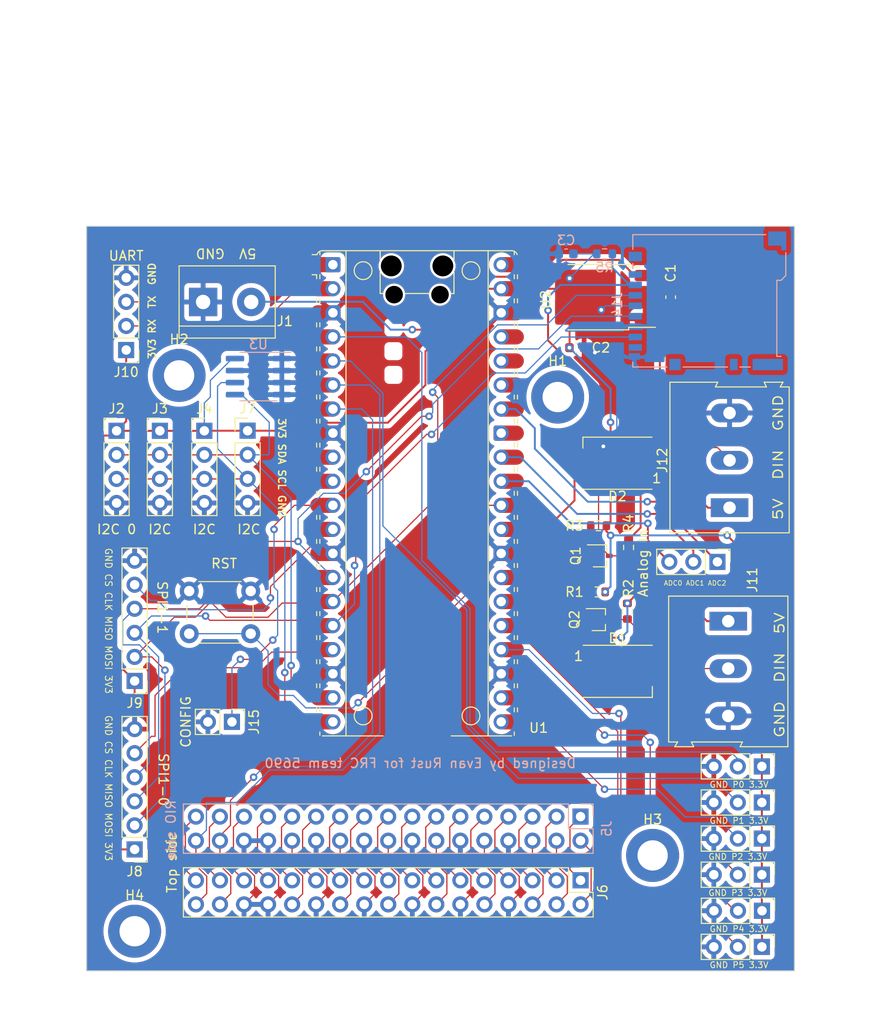
<source format=kicad_pcb>
(kicad_pcb (version 20221018) (generator pcbnew)
  (layers (0 "F.Cu" signal) (31 "B.Cu" signal) (34 "B.Paste" user) (35 "F.Paste" user) (36 "B.SilkS" user "B.Silkscreen") (37 "F.SilkS" user "F.Silkscreen") (38 "B.Mask" user) (39 "F.Mask" user) (44 "Edge.Cuts" user))
  (net 0 "")
  (net 6 "+5V")
  (net 7 "GND")
  (net 8 "+3.3V")
  (net 9 "Net-(D1-DOUT)")
  (net 10 "Net-(D1-DIN)")
  (net 11 "Net-(D2-DOUT)")
  (net 12 "Net-(D2-DIN)")
  (net 13 "/I2C1_SDA")
  (net 14 "/I2C1_SCL")
  (net 15 "/MXP_AO0")
  (net 16 "/MXP_AI0")
  (net 17 "/MXP_AO1")
  (net 18 "/MXP_AI1")
  (net 19 "AGND")
  (net 20 "/MXP_AI2")
  (net 21 "/MXP_AI3")
  (net 22 "/MXP_NAVX_UART_RX")
  (net 23 "/MXP_DIO0")
  (net 24 "/MXP_DIO1")
  (net 25 "/MXP_NAVX_UART_TX")
  (net 26 "/MXP_DIO2")
  (net 27 "/MXP_DIO3")
  (net 28 "/MXP_DIO11")
  (net 29 "/MXP_NAVX_CS")
  (net 30 "/MXP_SPI_CLK")
  (net 31 "/MXP_DIO12")
  (net 32 "/MXP_CIPO")
  (net 33 "/MXP_SPI_COPI")
  (net 34 "/MXP_DIO13")
  (net 35 "/MXP_PWM0")
  (net 36 "/MXP_PWM1")
  (net 37 "/MXP_PWM2")
  (net 38 "/MXP_I2C_SCL")
  (net 39 "/MXP_I2C_SDA")
  (net 40 "/UART0_RX")
  (net 41 "/UART0_TX")
  (net 42 "Net-(Q1-B)")
  (net 43 "/RGB_LED1")
  (net 44 "Net-(Q2-B)")
  (net 45 "/RGB_LED0")
  (net 46 "Net-(U1-RUN)")
  (net 47 "/SPI1_MOSI")
  (net 48 "/SPI1_MISO")
  (net 49 "/SPI1_CLK")
  (net 50 "/SPI1_CS0")
  (net 51 "/SPI1_CS1")
  (net 52 "/MXP_+5V")
  (net 53 "/MXP_+3.3V")
  (net 54 "/ADC2")
  (net 55 "/ADC1")
  (net 56 "/ADC0")
  (net 57 "/GPIO2")
  (net 58 "/GPIO3")
  (net 59 "/GPIO16")
  (net 60 "/GPIO17")
  (net 61 "/GPIO18")
  (net 62 "/GPIO19")
  (net 64 "/SD_CARD_CS")
  (net 66 "/CONFIG_SETUP")
  (net 67 "unconnected-(U1-GPIO7-Pad10)")
  (net 68 "unconnected-(U1-GPIO6-Pad9)")
  (footprint "Connector_PinHeader_2.54mm:PinHeader_1x04_P2.54mm_Vertical" (layer "F.Cu") (at 111.633 81.417)
    (fp_text reference "J4")
    (fp_text value "I2C 2" hide)
  )
  (footprint "Package_TO_SOT_SMD:TO-252-2" (layer "F.Cu") (at 153.162 67.31 180)
    (fp_text reference "U2")
    (fp_text value "NCP1117-3.3_TO252" hide)
  )
  (footprint "Connector_PinHeader_2.54mm:PinHeader_1x06_P2.54mm_Vertical" (layer "F.Cu") (at 104.267 107.823 180)
    (fp_text reference "J9")
    (fp_text value "SPI1-1")
  )
  (footprint "Capacitor_SMD:C_0603_1608Metric" (layer "F.Cu") (at 160.909 67.31 -90)
    (fp_text reference "C1")
    (fp_text value "10uF")
  )
  (footprint "TerminalBlock:TerminalBlock_Altech_AK300-3_P5.00mm" (layer "F.Cu") (at 166.995 101.512 -90)
    (fp_text reference "J11")
    (fp_text value "LED 0")
  )
  (footprint "MountingHole:MountingHole_3.2mm_M3_DIN965_Pad" (layer "F.Cu") (at 108.966 75.565)
    (fp_text reference "H2")
    (fp_text value "MountingHole" hide)
  )
  (footprint "Connector_PinHeader_2.54mm:PinHeader_1x03_P2.54mm_Vertical" (layer "F.Cu") (at 170.561 132.08 -90)
    (fp_text reference "J21" hide)
    (fp_text value "Conn_01x03_Pin" hide)
  )
  (footprint "Connector_PinHeader_2.54mm:PinHeader_1x03_P2.54mm_Vertical" (layer "F.Cu") (at 170.546 120.65 -90)
    (fp_text reference "J18" hide)
    (fp_text value "Conn_01x03_Pin" hide)
  )
  (footprint "MountingHole:MountingHole_3.2mm_M3_DIN965_Pad" (layer "F.Cu") (at 159.004 126.238)
    (fp_text reference "H3")
    (fp_text value "MountingHole" hide)
  )
  (footprint "Connector_PinHeader_2.54mm:PinHeader_1x03_P2.54mm_Vertical" (layer "F.Cu") (at 170.546 124.46 -90)
    (fp_text reference "J19" hide)
    (fp_text value "Conn_01x03_Pin" hide)
  )
  (footprint "Connector_PinHeader_2.54mm:PinHeader_1x02_P2.54mm_Vertical" (layer "F.Cu") (at 114.554 112.141 -90)
    (fp_text reference "J15")
    (fp_text value "CONFIG")
  )
  (footprint "Connector_PinHeader_2.54mm:PinHeader_1x03_P2.54mm_Vertical" (layer "F.Cu") (at 170.546 128.27 -90)
    (fp_text reference "J20" hide)
    (fp_text value "Conn_01x03_Pin" hide)
  )
  (footprint "TerminalBlock:TerminalBlock_bornier-2_P5.08mm" (layer "F.Cu") (at 111.506 67.818)
    (fp_text reference "J1")
    (fp_text value "5V in")
  )
  (footprint "Module_RaspberryPi_Pico:RaspberryPi_Pico_Common" (layer "F.Cu") (at 134.112 88.011)
    (fp_text reference "U1")
    (fp_text value "RaspberryPi_Pico")
  )
  (footprint "Resistor_SMD:R_0603_1608Metric" (layer "F.Cu") (at 156.337 100.457 -90)
    (fp_text reference "R2")
    (fp_text value "1k")
  )
  (footprint "LED_SMD:LED_WS2812B_PLCC4_5.0x5.0mm_P3.2mm" (layer "F.Cu") (at 155.321 106.807)
    (fp_text reference "D1")
    (fp_text value "WS2812B")
  )
  (footprint "Connector_PinHeader_2.54mm:PinHeader_1x03_P2.54mm_Vertical" (layer "F.Cu") (at 165.847 95.25 -90)
    (fp_text reference "J13" hide)
    (fp_text value "Analog In")
  )
  (footprint "MountingHole:MountingHole_3.2mm_M3_DIN965_Pad" (layer "F.Cu") (at 148.971 77.851)
    (fp_text reference "H1")
    (fp_text value "MountingHole" hide)
  )
  (footprint "Connector_PinHeader_2.54mm:PinHeader_1x04_P2.54mm_Vertical" (layer "F.Cu") (at 102.362 81.417)
    (fp_text reference "J2")
    (fp_text value "I2C 0")
  )
  (footprint "Capacitor_SMD:C_0603_1608Metric" (layer "F.Cu") (at 150.99 72.644)
    (fp_text reference "C2")
    (fp_text value "10uF")
  )
  (footprint "Resistor_SMD:R_0603_1608Metric" (layer "F.Cu") (at 153.289 91.44 180)
    (fp_text reference "R3")
    (fp_text value "10k")
  )
  (footprint "Package_TO_SOT_SMD:SOT-323_SC-70" (layer "F.Cu") (at 153.416 94.615)
    (fp_text reference "Q1")
    (fp_text value "BC849W" hide)
  )
  (footprint "Connector_PinHeader_2.54mm:PinHeader_1x04_P2.54mm_Vertical" (layer "F.Cu") (at 103.378 72.888 180)
    (fp_text reference "J10")
    (fp_text value "UART")
  )
  (footprint "Button_Switch_THT:SW_PUSH_6mm" (layer "F.Cu") (at 110.034 98.334)
    (fp_text reference "SW2" hide)
    (fp_text value "SW_Push")
  )
  (footprint "Resistor_SMD:R_0603_1608Metric" (layer "F.Cu") (at 156.464 93.726 -90)
    (fp_text reference "R4")
    (fp_text value "1k")
  )
  (footprint "LED_SMD:LED_WS2812B_PLCC4_5.0x5.0mm_P3.2mm" (layer "F.Cu") (at 155.284 84.835 180)
    (fp_text reference "D2")
    (fp_text value "WS2812B")
  )
  (footprint "Connector_PinHeader_2.54mm:PinHeader_2x17_P2.54mm_Vertical" (layer "F.Cu") (at 151.388999 128.866863 -90)
    (fp_text reference "J6")
    (fp_text value "Top side")
  )
  (footprint "MountingHole:MountingHole_3.2mm_M3_DIN965_Pad" (layer "F.Cu") (at 104.267 134.239)
    (fp_text reference "H4")
    (fp_text value "MountingHole" hide)
  )
  (footprint "TerminalBlock:TerminalBlock_Altech_AK300-3_P5.00mm" (layer "F.Cu") (at 167.132 89.535 90)
    (fp_text reference "J12")
    (fp_text value "LED 1" hide)
  )
  (footprint "Resistor_SMD:R_0603_1608Metric" (layer "F.Cu") (at 153.162 98.425 180)
    (fp_text reference "R1")
    (fp_text value "10k")
  )
  (footprint "Connector_PinHeader_2.54mm:PinHeader_1x04_P2.54mm_Vertical" (layer "F.Cu") (at 116.205 81.407)
    (fp_text reference "J7")
    (fp_text value "I2C 3" hide)
  )
  (footprint "Package_TO_SOT_SMD:SOT-323_SC-70" (layer "F.Cu") (at 153.289 101.346)
    (fp_text reference "Q2")
    (fp_text value "BC849W" hide)
  )
  (footprint "Connector_PinHeader_2.54mm:PinHeader_1x03_P2.54mm_Vertical" (layer "F.Cu") (at 170.546 116.84 -90)
    (fp_text reference "J17" hide)
    (fp_text value "Conn_01x03_Pin" hide)
  )
  (footprint "Connector_PinHeader_2.54mm:PinHeader_1x03_P2.54mm_Vertical" (layer "F.Cu") (at 170.546 135.89 -90)
    (fp_text reference "J22" hide)
    (fp_text value "Conn_01x03_Pin" hide)
  )
  (footprint "Connector_PinHeader_2.54mm:PinHeader_1x06_P2.54mm_Vertical" (layer "F.Cu") (at 104.267 125.603 180)
    (fp_text reference "J8")
    (fp_text value "SPI 0")
  )
  (footprint "Connector_PinHeader_2.54mm:PinHeader_1x04_P2.54mm_Vertical" (layer "F.Cu") (at 106.934 81.417)
    (fp_text reference "J3")
    (fp_text value "I2C 1" hide)
  )
  (footprint "Resistor_SMD:R_0603_1608Metric" (layer "B.Cu") (at 153.924 62.738)
    (fp_text reference "R5")
    (fp_text value "1k")
  )
  (footprint "Connector_Card:microSD_HC_Hirose_DM3BT-DSF-PEJS" (layer "B.Cu") (at 164.794 67.694 -90)
    (fp_text reference "J14")
    (fp_text value "Micro_SD_Card")
  )
  (footprint "Capacitor_SMD:C_0603_1608Metric" (layer "B.Cu") (at 149.86 62.738 180)
    (fp_text reference "C3")
    (fp_text value "100nF")
  )
  (footprint "Connector_PinSocket_2.54mm:PinSocket_2x17_P2.54mm_Vertical" (layer "B.Cu") (at 151.384 122.140862 90)
    (fp_text reference "J5")
    (fp_text value "RIO side")
  )
  (footprint "Package_SO:SOIC-8_3.9x4.9mm_P1.27mm" (layer "B.Cu") (at 117.348 75.692 180)
    (fp_text reference "U3")
    (fp_text value "AT24CS02-SSHM")
  )
  (gr_rect (start 99.187 59.817) (end 173.99 138.43) (stroke (width 0.1)) (fill none) (layer "Edge.Cuts"))
  (gr_text "Designed by Evan Rust for FRC team 5690" (at 151.003 117.094) (layer "B.SilkS") (effects (font (size 1 1)) (justify left bottom mirror)))
  (gr_text "5V  GND" (at 117.221 62.103 180) (layer "F.SilkS") (effects (font (size 1 1)) (justify left bottom)))
  (gr_text "GND P4 3.3V" (at 164.973 134.366) (layer "F.SilkS") (effects (font (size 0.635 0.635) (thickness 0.09525)) (justify left bottom)))
  (gr_text "GND P2 3.3V" (at 164.846 126.746) (layer "F.SilkS") (effects (font (size 0.635 0.635) (thickness 0.09525)) (justify left bottom)))
  (gr_text "SPI1-0" (at 107.315 118.237 270) (layer "F.SilkS") (effects (font (size 1 1))))
  (gr_text "I2C" (at 116.332 91.821) (layer "F.SilkS") (effects (font (size 1 1))))
  (gr_text "5V  DIN  GND" (at 172.847 90.932 90) (layer "F.SilkS") (effects (font (size 1 1.27)) (justify left bottom)))
  (gr_text "GND P5 3.3V" (at 164.973 138.176) (layer "F.SilkS") (effects (font (size 0.635 0.635) (thickness 0.09525)) (justify left bottom)))
  (gr_text "GND CS CLK MISO MOSI 3V3" (at 101.092 111.379 270) (layer "F.SilkS") (effects (font (size 0.7112 0.7112) (thickness 0.1016)) (justify left bottom)))
  (gr_text "I2C" (at 106.934 91.821) (layer "F.SilkS") (effects (font (size 1 1))))
  (gr_text "3V3 SDA SCL GND" (at 119.38 80.01 270) (layer "F.SilkS") (effects (font (size 0.762 0.762)) (justify left bottom)))
  (gr_text "ADC0 ADC1 ADC2" (at 160.147 97.79) (layer "F.SilkS") (effects (font (size 0.508 0.508) (thickness 0.0762)) (justify left bottom)))
  (gr_text "GND P1 3.3V" (at 164.973 122.936) (layer "F.SilkS") (effects (font (size 0.635 0.635) (thickness 0.09525)) (justify left bottom)))
  (gr_text "GND CS CLK MISO MOSI 3V3" (at 101.092 93.726 270) (layer "F.SilkS") (effects (font (size 0.7112 0.7112) (thickness 0.1016)) (justify left bottom)))
  (gr_text "GND P0 3.3V" (at 164.973 119.126) (layer "F.SilkS") (effects (font (size 0.635 0.635) (thickness 0.09525)) (justify left bottom)))
  (gr_text "GND  DIN  5V" (at 171.831 113.919 90) (layer "F.SilkS") (effects (font (size 1 1.27)) (justify left top)))
  (gr_text "3V3 RX  TX  GND" (at 106.553 73.914 90) (layer "F.SilkS") (effects (font (size 0.762 0.762)) (justify left bottom)))
  (gr_text "I2C" (at 111.633 91.821) (layer "F.SilkS") (effects (font (size 1 1))))
  (gr_text "RST" (at 112.268 96.012) (layer "F.SilkS") (effects (font (size 1 1)) (justify left bottom)))
  (gr_text "GND P3 3.3V" (at 164.846 130.556) (layer "F.SilkS") (effects (font (size 0.635 0.635) (thickness 0.09525)) (justify left bottom)))
  (segment (start 158.202 65.03) (end 157.105 65.03) (width 0.2032) (layer "F.Cu") (net 6))
  (segment (start 161.796 86.485) (end 164.846 89.535) (width 0.2032) (layer "F.Cu") (net 6))
  (segment (start 157.29 98.679) (end 161.925 98.679) (width 0.2032) (layer "F.Cu") (net 6))
  (segment (start 157.105 65.03) (end 155.448 63.373) (width 0.2032) (layer "F.Cu") (net 6))
  (segment (start 161.925 98.679) (end 164.758 101.512) (width 0.2032) (layer "F.Cu") (net 6))
  (segment (start 156.464 92.901) (end 157.734 91.631) (width 0.2032) (layer "F.Cu") (net 6))
  (segment (start 159.707 66.535) (end 160.909 66.535) (width 0.2032) (layer "F.Cu") (net 6))
  (segment (start 157.734 94.171) (end 157.734 98.235) (width 0.2032) (layer "F.Cu") (net 6))
  (segment (start 156.591 79.756) (end 159.766 76.581) (width 0.2032) (layer "F.Cu") (net 6))
  (segment (start 159.766 76.581) (end 159.766 66.594) (width 0.2032) (layer "F.Cu") (net 6))
  (segment (start 157.734 86.485) (end 157.224 86.485) (width 0.2032) (layer "F.Cu") (net 6))
  (segment (start 157.734 91.631) (end 157.734 86.485) (width 0.2032) (layer "F.Cu") (net 6))
  (segment (start 136.398 70.739) (end 133.985 70.739) (width 0.2032) (layer "F.Cu") (net 6))
  (segment (start 157.734 98.235) (end 157.29 98.679) (width 0.2032) (layer "F.Cu") (net 6))
  (segment (start 149.458918 63.373) (end 147.680918 65.151) (width 0.2032) (layer "F.Cu") (net 6))
  (segment (start 155.448 63.373) (end 149.458918 63.373) (width 0.2032) (layer "F.Cu") (net 6))
  (segment (start 152.871 105.157) (end 154.777 103.251) (width 0.2032) (layer "F.Cu") (net 6))
  (segment (start 133.985 70.739) (end 133.604 70.739) (width 0.2032) (layer "F.Cu") (net 6))
  (segment (start 141.986 65.151) (end 136.398 70.739) (width 0.2032) (layer "F.Cu") (net 6))
  (segment (start 164.846 89.535) (end 167.132 89.535) (width 0.2032) (layer "F.Cu") (net 6))
  (segment (start 159.766 66.594) (end 158.202 65.03) (width 0.2032) (layer "F.Cu") (net 6))
  (segment (start 156.591 85.852) (end 156.591 79.756) (width 0.2032) (layer "F.Cu") (net 6))
  (segment (start 156.337 99.632) (end 157.29 98.679) (width 0.2032) (layer "F.Cu") (net 6))
  (segment (start 157.224 86.485) (end 156.591 85.852) (width 0.2032) (layer "F.Cu") (net 6))
  (segment (start 164.758 101.512) (end 166.995 101.512) (width 0.2032) (layer "F.Cu") (net 6))
  (segment (start 156.464 92.901) (end 157.734 94.171) (width 0.2032) (layer "F.Cu") (net 6))
  (segment (start 154.777 103.251) (end 155.702 103.251) (width 0.2032) (layer "F.Cu") (net 6))
  (segment (start 147.680918 65.151) (end 141.986 65.151) (width 0.2032) (layer "F.Cu") (net 6))
  (segment (start 157.734 86.485) (end 161.796 86.485) (width 0.2032) (layer "F.Cu") (net 6))
  (segment (start 165.227 101.981) (end 167.005 101.981) (width 0.2032) (layer "F.Cu") (net 6))
  (segment (start 158.202 65.03) (end 159.707 66.535) (width 0.2032) (layer "F.Cu") (net 6))
  (via (at 155.702 103.251) (size 0.8) (drill 0.4) (layers "F.Cu" "B.Cu") (net 6))
  (via (at 156.337 99.632) (size 0.8) (drill 0.4) (layers "F.Cu" "B.Cu") (net 6))
  (via (at 133.604 70.739) (size 0.8) (drill 0.4) (layers "F.Cu" "B.Cu") (net 6))
  (segment (start 128.373 67.794) (end 116.61 67.794) (width 0.2032) (layer "B.Cu") (net 6))
  (segment (start 156.337 102.616) (end 156.337 99.632) (width 0.2032) (layer "B.Cu") (net 6))
  (segment (start 133.604 70.739) (end 131.318 70.739) (width 0.2032) (layer "B.Cu") (net 6))
  (segment (start 131.318 70.739) (end 128.373 67.794) (width 0.2032) (layer "B.Cu") (net 6))
  (segment (start 155.702 103.251) (end 156.337 102.616) (width 0.2032) (layer "B.Cu") (net 6))
  (segment (start 128.524 127.287137) (end 129.666999 128.430136) (width 0.127) (layer "F.Cu") (net 7))
  (segment (start 139.802499 130.293363) (end 138.688999 131.406863) (width 0.127) (layer "F.Cu") (net 7))
  (segment (start 124.586999 130.268863) (end 123.448999 131.406863) (width 0.127) (layer "F.Cu") (net 7))
  (segment (start 118.364 124.680862) (end 118.364 127.287137) (width 0.127) (layer "F.Cu") (net 7))
  (segment (start 152.273 73.152) (end 151.765 72.644) (width 0.127) (layer "F.Cu") (net 7))
  (segment (start 123.444 127.287137) (end 124.586999 128.430136) (width 0.127) (layer "F.Cu") (net 7))
  (segment (start 115.824 124.680862) (end 115.824 127.287137) (width 0.127) (layer "F.Cu") (net 7))
  (segment (start 123.444 124.680862) (end 123.444 127.287137) (width 0.127) (layer "F.Cu") (net 7))
  (segment (start 152.834 83.185) (end 153.67 83.185) (width 0.127) (layer "F.Cu") (net 7))
  (segment (start 119.482499 130.293363) (end 118.368999 131.406863) (width 0.127) (layer "F.Cu") (net 7))
  (segment (start 134.722499 130.293363) (end 133.608999 131.406863) (width 0.127) (layer "F.Cu") (net 7))
  (segment (start 133.604 127.220863) (end 134.722499 128.339362) (width 0.127) (layer "F.Cu") (net 7))
  (segment (start 138.684 127.287137) (end 139.802499 128.405636) (width 0.127) (layer "F.Cu") (net 7))
  (segment (start 151.765 72.644) (end 155.148 72.644) (width 0.127) (layer "F.Cu") (net 7))
  (segment (start 115.824 127.287137) (end 116.942499 128.405636) (width 0.127) (layer "F.Cu") (net 7))
  (segment (start 118.364 127.287137) (end 119.482499 128.405636) (width 0.127) (layer "F.Cu") (net 7))
  (segment (start 133.604 124.680862) (end 133.604 127.220863) (width 0.127) (layer "F.Cu") (net 7))
  (segment (start 139.802499 128.405636) (end 139.802499 130.293363) (width 0.127) (layer "F.Cu") (net 7))
  (segment (start 144.906999 130.268863) (end 143.768999 131.406863) (width 0.127) (layer "F.Cu") (net 7))
  (segment (start 119.482499 128.405636) (end 119.482499 130.293363) (width 0.127) (layer "F.Cu") (net 7))
  (segment (start 116.942499 128.405636) (end 116.942499 130.293363) (width 0.127) (layer "F.Cu") (net 7))
  (segment (start 134.722499 128.339362) (end 134.722499 130.293363) (width 0.127) (layer "F.Cu") (net 7))
  (segment (start 138.684 124.680862) (end 138.684 127.287137) (width 0.127) (layer "F.Cu") (net 7))
  (segment (start 143.764 124.680862) (end 143.764 127.287137) (width 0.127) (layer "F.Cu") (net 7))
  (segment (start 124.586999 128.430136) (end 124.586999 130.268863) (width 0.127) (layer "F.Cu") (net 7))
  (segment (start 152.908 73.152) (end 152.273 73.152) (width 0.127) (layer "F.Cu") (net 7))
  (segment (start 129.666999 128.430136) (end 129.666999 130.268863) (width 0.127) (layer "F.Cu") (net 7))
  (segment (start 128.524 124.680862) (end 128.524 127.287137) (width 0.127) (layer "F.Cu") (net 7))
  (segment (start 155.148 72.644) (end 158.202 69.59) (width 0.127) (layer "F.Cu") (net 7))
  (segment (start 143.764 127.287137) (end 144.906999 128.430136) (width 0.127) (layer "F.Cu") (net 7))
  (segment (start 144.906999 128.430136) (end 144.906999 130.268863) (width 0.127) (layer "F.Cu") (net 7))
  (segment (start 129.666999 130.268863) (end 128.528999 131.406863) (width 0.127) (layer "F.Cu") (net 7))
  (segment (start 116.942499 130.293363) (end 115.828999 131.406863) (width 0.127) (layer "F.Cu") (net 7))
  (segment (start 153.67 83.185) (end 153.797 83.058) (width 0.127) (layer "F.Cu") (net 7))
  (via (at 152.908 73.152) (size 0.8) (drill 0.4) (layers "F.Cu" "B.Cu") (net 7))
  (via (at 153.797 83.058) (size 0.8) (drill 0.4) (layers "F.Cu" "B.Cu") (net 7))
  (segment (start 153.797 83.058) (end 155.2225 81.6325) (width 0.127) (layer "B.Cu") (net 7))
  (segment (start 155.2225 75.4665) (end 152.908 73.152) (width 0.127) (layer "B.Cu") (net 7))
  (segment (start 155.2225 81.6325) (end 155.2225 75.4665) (width 0.127) (layer "B.Cu") (net 7))
  (segment (start 116.205 81.407) (end 111.643 81.407) (width 0.2032) (layer "F.Cu") (net 8))
  (segment (start 170.546 132.065) (end 170.561 132.08) (width 0.2032) (layer "F.Cu") (net 8))
  (segment (start 150.227 72.632) (end 150.227 68.835) (width 0.2032) (layer "F.Cu") (net 8))
  (segment (start 170.561 135.875) (end 170.546 135.89) (width 0.2032) (layer "F.Cu") (net 8))
  (segment (start 104.267 109.474) (end 102.235 111.506) (width 0.2032) (layer "F.Cu") (net 8))
  (segment (start 120.8626 80.5594) (end 131.0226 80.5594) (width 0.2032) (layer "F.Cu") (net 8))
  (segment (start 166.878 92.456) (end 168.402 93.98) (width 0.2032) (layer "F.Cu") (net 8))
  (segment (start 170.546 100.95) (end 170.546 116.84) (width 0.2032) (layer "F.Cu") (net 8))
  (segment (start 104.267 107.823) (end 104.267 109.474) (width 0.2032) (layer "F.Cu") (net 8))
  (segment (start 100.965 81.915) (end 101.864 81.915) (width 0.2032) (layer "F.Cu") (net 8))
  (segment (start 102.235 125.349) (end 102.489 125.603) (width 0.2032) (layer "F.Cu") (net 8))
  (segment (start 120.015 81.407) (end 120.8626 80.5594) (width 0.2032) (layer "F.Cu") (net 8))
  (segment (start 111.643 81.407) (end 111.633 81.417) (width 0.2032) (layer "F.Cu") (net 8))
  (segment (start 141.605 66.421) (end 143.002 66.421) (width 0.2032) (layer "F.Cu") (net 8))
  (segment (start 102.235 111.506) (end 102.235 125.349) (width 0.2032) (layer "F.Cu") (net 8))
  (segment (start 103.378 80.401) (end 102.362 81.417) (width 0.2032) (layer "F.Cu") (net 8))
  (segment (start 170.561 132.08) (end 170.561 135.875) (width 0.2032) (layer "F.Cu") (net 8))
  (segment (start 102.489 125.603) (end 104.267 125.603) (width 0.2032) (layer "F.Cu") (net 8))
  (segment (start 154.114 92.011) (end 154.559 92.456) (width 0.2032) (layer "F.Cu") (net 8))
  (segment (start 170.546 124.46) (end 170.546 128.27) (width 0.2032) (layer "F.Cu") (net 8))
  (segment (start 104.267 107.823) (end 102.235 105.791) (width 0.2032) (layer "F.Cu") (net 8))
  (segment (start 154.114 91.44) (end 154.114 92.011) (width 0.2032) (layer "F.Cu") (net 8))
  (segment (start 170.546 116.84) (end 170.546 120.65) (width 0.2032) (layer "F.Cu") (net 8))
  (segment (start 106.934 81.417) (end 102.362 81.417) (width 0.2032) (layer "F.Cu") (net 8))
  (segment (start 102.235 105.791) (end 102.235 91.821) (width 0.2032) (layer "F.Cu") (net 8))
  (segment (start 168.402 93.98) (end 168.402 98.806) (width 0.2032) (layer "F.Cu") (net 8))
  (segment (start 135.001 76.581) (end 135.001 73.025) (width 0.2032) (layer "F.Cu") (net 8))
  (segment (start 168.402 98.806) (end 170.546 100.95) (width 0.2032) (layer "F.Cu") (net 8))
  (segment (start 154.559 90.995) (end 154.559 80.518) (width 0.2032) (layer "F.Cu") (net 8))
  (segment (start 116.205 81.407) (end 120.015 81.407) (width 0.2032) (layer "F.Cu") (net 8))
  (segment (start 111.633 81.417) (end 106.934 81.417) (width 0.2032) (layer "F.Cu") (net 8))
  (segment (start 103.378 72.888) (end 103.378 80.401) (width 0.2032) (layer "F.Cu") (net 8))
  (segment (start 154.114 91.44) (end 154.559 90.995) (width 0.2032) (layer "F.Cu") (net 8))
  (segment (start 100.965 90.551) (end 100.965 81.915) (width 0.2032) (layer "F.Cu") (net 8))
  (segment (start 170.546 128.27) (end 170.546 132.065) (width 0.2032) (layer "F.Cu") (net 8))
  (segment (start 102.235 91.821) (end 100.965 90.551) (width 0.2032) (layer "F.Cu") (net 8))
  (segment (start 131.0226 80.5594) (end 135.001 76.581) (width 0.2032) (layer "F.Cu") (net 8))
  (segment (start 101.864 81.915) (end 102.362 81.417) (width 0.2032) (layer "F.Cu") (net 8))
  (segment (start 135.001 73.025) (end 141.605 66.421) (width 0.2032) (layer "F.Cu") (net 8))
  (segment (start 170.546 120.65) (end 170.546 124.46) (width 0.2032) (layer "F.Cu") (net 8))
  (segment (start 150.215 72.644) (end 150.227 72.632) (width 0.2032) (layer "F.Cu") (net 8))
  (segment (start 149.591 66.421) (end 150.227 65.785) (width 0.2032) (layer "F.Cu") (net 8))
  (segment (start 143.002 66.421) (end 149.591 66.421) (width 0.2032) (layer "F.Cu") (net 8))
  (via (at 153.577 68.656) (size 0.8) (drill 0.4) (layers "F.Cu" "B.Cu") (net 8))
  (via (at 150.227 65.3179) (size 0.8) (drill 0.4) (layers "F.Cu" "B.Cu") (net 8))
  (via (at 166.878 92.456) (size 0.8) (drill 0.4) (layers "F.Cu" "B.Cu") (net 8))
  (via (at 150.215 72.644) (size 0.8) (drill 0.4) (layers "F.Cu" "B.Cu") (net 8))
  (via (at 153.987 98.425) (size 0.8) (drill 0.4) (layers "F.Cu" "B.Cu") (net 8))
  (via (at 154.559 92.456) (size 0.8) (drill 0.4) (layers "F.Cu" "B.Cu") (net 8))
  (via (at 154.559 80.518) (size 0.8) (drill 0.4) (layers "F.Cu" "B.Cu") (net 8))
  (segment (start 114.583223 73.787) (end 112.268 76.102223) (width 0.127) (layer "B.Cu") (net 8))
  (segment (start 114.873 73.787) (end 114.583223 73.787) (width 0.127) (layer "B.Cu") (net 8))
  (segment (start 154.559 97.853) (end 153.987 98.425) (width 0.2032) (layer "B.Cu") (net 8))
  (segment (start 150.635 62.738) (end 153.099 62.738) (width 0.127) (layer "B.Cu") (net 8))
  (segment (start 154.014 68.219) (end 157.169 68.219) (width 0.127) (layer "B.Cu") (net 8))
  (segment (start 154.559 80.518) (end 154.559 76.988) (width 0.2032) (layer "B.Cu") (net 8))
  (segment (start 112.268 76.102223) (end 112.268 77.851) (width 0.127) (layer "B.Cu") (net 8))
  (segment (start 154.559 92.456) (end 154.559 97.853) (width 0.2032) (layer "B.Cu") (net 8))
  (segment (start 112.268 77.851) (end 111.633 78.486) (width 0.127) (layer "B.Cu") (net 8))
  (segment (start 111.633 78.486) (end 111.633 81.417) (width 0.127) (layer "B.Cu") (net 8))
  (segment (start 156.718 68.453) (end 157.226 67.945) (width 0.2032) (layer "B.Cu") (net 8))
  (segment (start 152.8069 62.738) (end 150.227 65.3179) (width 0.127) (layer "B.Cu") (net 8))
  (segment (start 154.559 76.988) (end 150.215 72.644) (width 0.2032) (layer "B.Cu") (net 8))
  (segment (start 166.878 92.456) (end 154.559 92.456) (width 0.2032) (layer "B.Cu") (net 8))
  (segment (start 153.099 62.738) (end 152.8069 62.738) (width 0.127) (layer "B.Cu") (net 8))
  (segment (start 154.014 68.219) (end 153.577 68.656) (width 0.127) (layer "B.Cu") (net 8))
  (segment (start 152.871 108.457) (end 154.816 106.512) (width 0.127) (layer "F.Cu") (net 9))
  (segment (start 154.816 106.512) (end 166.995 106.512) (width 0.127) (layer "F.Cu") (net 9))
  (segment (start 157.771 102.716) (end 157.771 105.157) (width 0.127) (layer "F.Cu") (net 10))
  (segment (start 154.289 101.346) (end 156.273 101.346) (width 0.127) (layer "F.Cu") (net 10))
  (segment (start 156.273 101.346) (end 156.337 101.282) (width 0.127) (layer "F.Cu") (net 10))
  (segment (start 156.337 101.282) (end 157.771 102.716) (width 0.127) (layer "F.Cu") (net 10))
  (segment (start 157.734 83.185) (end 165.862 83.185) (width 0.127) (layer "F.Cu") (net 11))
  (segment (start 165.862 83.185) (end 167.132 84.455) (width 0.127) (layer "F.Cu") (net 11))
  (segment (start 153.289 86.94) (end 153.289 93.488) (width 0.127) (layer "F.Cu") (net 12))
  (segment (start 152.834 86.485) (end 153.289 86.94) (width 0.127) (layer "F.Cu") (net 12))
  (segment (start 153.289 93.488) (end 154.416 94.615) (width 0.127) (layer "F.Cu") (net 12))
  (segment (start 156.4 94.615) (end 156.464 94.551) (width 0.127) (layer "F.Cu") (net 12))
  (segment (start 154.416 94.615) (end 156.4 94.615) (width 0.127) (layer "F.Cu") (net 12))
  (segment (start 125.222 109.601) (end 122.809 109.601) (width 0.127) (layer "F.Cu") (net 13))
  (segment (start 106.934 83.957) (end 111.633 83.957) (width 0.127) (layer "F.Cu") (net 13))
  (segment (start 116.195 83.957) (end 116.205 83.947) (width 0.127) (layer "F.Cu") (net 13))
  (segment (start 111.633 83.957) (end 116.195 83.957) (width 0.127) (layer "F.Cu") (net 13))
  (segment (start 102.362 83.957) (end 106.934 83.957) (width 0.127) (layer "F.Cu") (net 13))
  (segment (start 122.809 109.601) (end 120.805 107.597) (width 0.127) (layer "F.Cu") (net 13))
  (segment (start 120.805 107.597) (end 120.805 106.196312) (width 0.127) (layer "F.Cu") (net 13))
  (via (at 120.805 106.196312) (size 0.8) (drill 0.4) (layers "F.Cu" "B.Cu") (net 13))
  (segment (start 118.491 80.518) (end 118.491 83.82) (width 0.127) (layer "B.Cu") (net 13))
  (segment (start 120.805 106.196312) (end 120.805 88.547) (width 0.127) (layer "B.Cu") (net 13))
  (segment (start 118.491 83.82) (end 118.364 83.947) (width 0.127) (layer "B.Cu") (net 13))
  (segment (start 114.873 77.597) (end 115.57 77.597) (width 0.127) (layer "B.Cu") (net 13))
  (segment (start 120.805 88.547) (end 116.205 83.947) (width 0.127) (layer "B.Cu") (net 13))
  (segment (start 118.364 83.947) (end 116.205 83.947) (width 0.127) (layer "B.Cu") (net 13))
  (segment (start 115.57 77.597) (end 118.491 80.518) (width 0.127) (layer "B.Cu") (net 13))
  (segment (start 122.428 112.141) (end 125.222 112.141) (width 0.127) (layer "F.Cu") (net 14))
  (segment (start 106.934 86.497) (end 111.633 86.497) (width 0.127) (layer "F.Cu") (net 14))
  (segment (start 116.195 86.497) (end 116.205 86.487) (width 0.127) (layer "F.Cu") (net 14))
  (segment (start 120.13688 106.939696) (end 120.13688 109.84988) (width 0.127) (layer "F.Cu") (net 14))
  (segment (start 111.633 86.497) (end 116.195 86.497) (width 0.127) (layer "F.Cu") (net 14))
  (segment (start 120.13688 109.84988) (end 122.428 112.141) (width 0.127) (layer "F.Cu") (net 14))
  (segment (start 102.362 86.497) (end 106.934 86.497) (width 0.127) (layer "F.Cu") (net 14))
  (via (at 120.13688 106.939696) (size 0.8) (drill 0.4) (layers "F.Cu" "B.Cu") (net 14))
  (segment (start 120.142 106.934576) (end 120.142 90.424) (width 0.127) (layer "B.Cu") (net 14))
  (segment (start 120.13688 106.939696) (end 120.142 106.934576) (width 0.127) (layer "B.Cu") (net 14))
  (segment (start 114.873 76.327) (end 113.411 76.327) (width 0.127) (layer "B.Cu") (net 14))
  (segment (start 113.03 76.708) (end 113.03 83.312) (width 0.127) (layer "B.Cu") (net 14))
  (segment (start 113.03 83.312) (end 116.205 86.487) (width 0.127) (layer "B.Cu") (net 14))
  (segment (start 120.142 90.424) (end 116.205 86.487) (width 0.127) (layer "B.Cu") (net 14))
  (segment (start 113.411 76.327) (end 113.03 76.708) (width 0.127) (layer "B.Cu") (net 14))
  (segment (start 152.502499 130.293363) (end 151.388999 131.406863) (width 0.127) (layer "F.Cu") (net 15))
  (segment (start 152.502499 125.799361) (end 152.502499 130.293363) (width 0.127) (layer "F.Cu") (net 15))
  (segment (start 151.384 124.680862) (end 152.502499 125.799361) (width 0.127) (layer "F.Cu") (net 15))
  (segment (start 147.7305 123.254362) (end 147.7305 127.748364) (width 0.127) (layer "F.Cu") (net 16))
  (segment (start 148.844 122.140862) (end 147.7305 123.254362) (width 0.127) (layer "F.Cu") (net 16))
  (segment (start 147.7305 127.748364) (end 148.848999 128.866863) (width 0.127) (layer "F.Cu") (net 16))
  (segment (start 148.844 124.680862) (end 148.844 127.287137) (width 0.127) (layer "F.Cu") (net 17))
  (segment (start 149.986999 128.430136) (end 149.986999 130.268863) (width 0.127) (layer "F.Cu") (net 17))
  (segment (start 149.986999 130.268863) (end 148.848999 131.406863) (width 0.127) (layer "F.Cu") (net 17))
  (segment (start 148.844 127.287137) (end 149.986999 128.430136) (width 0.127) (layer "F.Cu") (net 17))
  (segment (start 146.304 122.140862) (end 144.8775 123.567362) (width 0.127) (layer "F.Cu") (net 18))
  (segment (start 144.8775 127.435364) (end 146.308999 128.866863) (width 0.127) (layer "F.Cu") (net 18))
  (segment (start 144.8775 123.567362) (end 144.8775 127.435364) (width 0.127) (layer "F.Cu") (net 18))
  (segment (start 147.422499 128.405636) (end 147.422499 130.293363) (width 0.127) (layer "F.Cu") (net 19))
  (segment (start 146.304 124.680862) (end 146.304 127.287137) (width 0.127) (layer "F.Cu") (net 19))
  (segment (start 146.304 127.287137) (end 147.422499 128.405636) (width 0.127) (layer "F.Cu") (net 19))
  (segment (start 147.422499 130.293363) (end 146.308999 131.406863) (width 0.127) (layer "F.Cu") (net 19))
  (segment (start 142.3375 123.567362) (end 142.3375 127.435364) (width 0.127) (layer "F.Cu") (net 20))
  (segment (start 143.764 122.140862) (end 142.3375 123.567362) (width 0.127) (layer "F.Cu") (net 20))
  (segment (start 142.3375 127.435364) (end 143.768999 128.866863) (width 0.127) (layer "F.Cu") (net 20))
  (segment (start 139.7975 123.567362) (end 139.7975 127.435364) (width 0.127) (layer "F.Cu") (net 21))
  (segment (start 141.224 122.140862) (end 139.7975 123.567362) (width 0.127) (layer "F.Cu") (net 21))
  (segment (start 139.7975 127.435364) (end 141.228999 128.866863) (width 0.127) (layer "F.Cu") (net 21))
  (segment (start 142.342499 130.293363) (end 141.228999 131.406863) (width 0.127) (layer "F.Cu") (net 22))
  (segment (start 141.224 127.220863) (end 142.342499 128.339362) (width 0.127) (layer "F.Cu") (net 22))
  (segment (start 142.342499 128.339362) (end 142.342499 130.293363) (width 0.127) (layer "F.Cu") (net 22))
  (segment (start 141.224 124.680862) (end 141.224 127.220863) (width 0.127) (layer "F.Cu") (net 22))
  (segment (start 137.5705 127.748364) (end 138.688999 128.866863) (width 0.127) (layer "F.Cu") (net 23))
  (segment (start 137.5705 123.254362) (end 137.5705 127.748364) (width 0.127) (layer "F.Cu") (net 23))
  (segment (start 138.684 122.140862) (end 137.5705 123.254362) (width 0.127) (layer "F.Cu") (net 23))
  (segment (start 135.0305 127.748364) (end 136.148999 128.866863) (width 0.127) (layer "F.Cu") (net 24))
  (segment (start 135.0305 123.254362) (end 135.0305 127.748364) (width 0.127) (layer "F.Cu") (net 24))
  (segment (start 136.144 122.140862) (end 135.0305 123.254362) (width 0.127) (layer "F.Cu") (net 24))
  (segment (start 137.262499 130.293363) (end 136.148999 131.406863) (width 0.127) (layer "F.Cu") (net 25))
  (segment (start 137.262499 128.212362) (end 137.262499 130.293363) (width 0.127) (layer "F.Cu") (net 25))
  (segment (start 136.144 124.680862) (end 136.144 127.093863) (width 0.127) (layer "F.Cu") (net 25))
  (segment (start 136.144 127.093863) (end 137.262499 128.212362) (width 0.127) (layer "F.Cu") (net 25))
  (segment (start 132.4905 123.254361) (end 132.4905 127.748364) (width 0.127) (layer "F.Cu") (net 26))
  (segment (start 132.4905 127.748364) (end 133.608999 128.866863) (width 0.127) (layer "F.Cu") (net 26))
  (segment (start 133.604 122.140862) (end 132.4905 123.254361) (width 0.127) (layer "F.Cu") (net 26))
  (segment (start 129.9505 123.254362) (end 129.9505 127.748364) (width 0.127) (layer "F.Cu") (net 27))
  (segment (start 131.064 122.140862) (end 129.9505 123.254362) (width 0.127) (layer "F.Cu") (net 27))
  (segment (start 129.9505 127.748364) (end 131.068999 128.866863) (width 0.127) (layer "F.Cu") (net 27))
  (segment (start 131.064 127.287137) (end 132.182499 128.405636) (width 0.127) (layer "F.Cu") (net 28))
  (segment (start 132.182499 128.405636) (end 132.182499 130.293363) (width 0.127) (layer "F.Cu") (net 28))
  (segment (start 131.064 124.680862) (end 131.064 127.287137) (width 0.127) (layer "F.Cu") (net 28))
  (segment (start 132.182499 130.293363) (end 131.068999 131.406863) (width 0.127) (layer "F.Cu") (net 28))
  (segment (start 128.524 122.140862) (end 127.0975 123.567362) (width 0.127) (layer "F.Cu") (net 29))
  (segment (start 127.0975 123.567362) (end 127.0975 127.435364) (width 0.127) (layer "F.Cu") (net 29))
  (segment (start 127.0975 127.435364) (end 128.528999 128.866863) (width 0.127) (layer "F.Cu") (net 29))
  (segment (start 125.984 122.140862) (end 124.8705 123.254362) (width 0.127) (layer "F.Cu") (net 30))
  (segment (start 124.8705 123.254362) (end 124.8705 127.748364) (width 0.127) (layer "F.Cu") (net 30))
  (segment (start 124.8705 127.748364) (end 125.988999 128.866863) (width 0.127) (layer "F.Cu") (net 30))
  (segment (start 125.984 124.680862) (end 125.984 127.287137) (width 0.127) (layer "F.Cu") (net 31))
  (segment (start 125.984 127.287137) (end 127.102499 128.405636) (width 0.127) (layer "F.Cu") (net 31))
  (segment (start 127.102499 128.405636) (end 127.102499 130.293363) (width 0.127) (layer "F.Cu") (net 31))
  (segment (start 127.102499 130.293363) (end 125.988999 131.406863) (width 0.127) (layer "F.Cu") (net 31))
  (segment (start 122.0175 127.435364) (end 123.448999 128.866863) (width 0.127) (layer "F.Cu") (net 32))
  (segment (start 122.0175 123.567362) (end 122.0175 127.435364) (width 0.127) (layer "F.Cu") (net 32))
  (segment (start 123.444 122.140862) (end 122.0175 123.567362) (width 0.127) (layer "F.Cu") (net 32))
  (segment (start 119.7905 127.748364) (end 120.908999 128.866863) (width 0.127) (layer "F.Cu") (net 33))
  (segment (start 119.7905 123.254362) (end 119.7905 127.748364) (width 0.127) (layer "F.Cu") (net 33))
  (segment (start 120.904 122.140862) (end 119.7905 123.254362) (width 0.127) (layer "F.Cu") (net 33))
  (segment (start 120.904 124.680862) (end 120.904 127.287137) (width 0.127) (layer "F.Cu") (net 34))
  (segment (start 122.022499 130.293363) (end 120.908999 131.406863) (width 0.127) (layer "F.Cu") (net 34))
  (segment (start 122.022499 128.405636) (end 122.022499 130.293363) (width 0.127) (layer "F.Cu") (net 34))
  (segment (start 120.904 127.287137) (end 122.022499 128.405636) (width 0.127) (layer "F.Cu") (net 34))
  (segment (start 117.2505 123.254362) (end 117.2505 127.748364) (width 0.127) (layer "F.Cu") (net 35))
  (segment (start 117.2505 127.748364) (end 118.368999 128.866863) (width 0.127) (layer "F.Cu") (net 35))
  (segment (start 118.364 122.140862) (end 117.2505 123.254362) (width 0.127) (layer "F.Cu") (net 35))
  (segment (start 115.824 122.140862) (end 114.7105 123.254362) (width 0.127) (layer "F.Cu") (net 36))
  (segment (start 114.7105 123.254362) (end 114.7105 127.748364) (width 0.127) (layer "F.Cu") (net 36))
  (segment (start 114.7105 127.748364) (end 115.828999 128.866863) (width 0.127) (layer "F.Cu") (net 36))
  (segment (start 112.1705 127.748364) (end 113.288999 128.866863) (width 0.127) (layer "F.Cu") (net 37))
  (segment (start 112.1705 123.254362) (end 112.1705 127.748364) (width 0.127) (layer "F.Cu") (net 37))
  (segment (start 113.284 122.140862) (end 112.1705 123.254362) (width 0.127) (layer "F.Cu") (net 37))
  (segment (start 114.3975 123.059361) (end 114.3975 120.4255) (width 0.127) (layer "F.Cu") (net 38))
  (segment (start 114.426999 130.268863) (end 113.288999 131.406863) (width 0.127) (layer "F.Cu") (net 38))
  (segment (start 113.284 124.172861) (end 114.3975 123.059361) (width 0.127) (layer "F.Cu") (net 38))
  (segment (start 114.3975 120.4255) (end 116.84 117.983) (width 0.127) (layer "F.Cu") (net 38))
  (segment (start 113.284 127.287137) (end 114.426999 128.430136) (width 0.127) (layer "F.Cu") (net 38))
  (segment (start 113.284 124.680862) (end 113.284 127.287137) (width 0.127) (layer "F.Cu") (net 38))
  (segment (start 113.284 124.680862) (end 113.284 124.172861) (width 0.127) (layer "F.Cu") (net 38))
  (segment (start 114.426999 128.430136) (end 114.426999 130.268863) (width 0.127) (layer "F.Cu") (net 38))
  (via (at 116.84 117.983) (size 0.8) (drill 0.4) (layers "F.Cu" "B.Cu") (net 38))
  (segment (start 125.222 79.121) (end 128.27 79.121) (width 0.127) (layer "B.Cu") (net 38))
  (segment (start 129.413 113.284) (end 127 115.697) (width 0.127) (layer "B.Cu") (net 38))
  (segment (start 129.413 80.264) (end 129.413 113.284) (width 0.127) (layer "B.Cu") (net 38))
  (segment (start 127 115.697) (end 125.857 116.84) (width 0.127) (layer "B.Cu") (net 38))
  (segment (start 125.857 116.84) (end 125.73 116.84) (width 0.127) (layer "B.Cu") (net 38))
  (segment (start 117.983 116.84) (end 116.84 117.983) (width 0.127) (layer "B.Cu") (net 38))
  (segment (start 128.27 79.121) (end 129.413 80.264) (width 0.127) (layer "B.Cu") (net 38))
  (segment (start 125.73 116.84) (end 117.983 116.84) (width 0.127) (layer "B.Cu") (net 38))
  (segment (start 110.744 124.680862) (end 110.744 127.287137) (width 0.127) (layer "F.Cu") (net 39))
  (segment (start 110.744 127.287137) (end 111.886999 128.430136) (width 0.127) (layer "F.Cu") (net 39))
  (segment (start 111.886999 128.430136) (end 111.886999 130.268863) (width 0.127) (layer "F.Cu") (net 39))
  (segment (start 111.886999 130.268863) (end 110.748999 131.406863) (width 0.127) (layer "F.Cu") (net 39))
  (segment (start 111.8575 120.646361) (end 115.11497 120.646361) (width 0.127) (layer "B.Cu") (net 39))
  (segment (start 111.8575 123.567362) (end 111.8575 120.646361) (width 0.127) (layer "B.Cu") (net 39))
  (segment (start 118.540331 117.221) (end 126.238 117.221) (width 0.127) (layer "B.Cu") (net 39))
  (segment (start 126.238 117.221) (end 130.175 113.284) (width 0.127) (layer "B.Cu") (net 39))
  (segment (start 130.175 77.597) (end 129.159 76.581) (width 0.127) (layer "B.Cu") (net 39))
  (segment (start 115.11497 120.646361) (end 118.540331 117.221) (width 0.127) (layer "B.Cu") (net 39))
  (segment (start 130.175 113.284) (end 130.175 77.597) (width 0.127) (layer "B.Cu") (net 39))
  (segment (start 129.159 76.581) (end 125.222 76.581) (width 0.127) (layer "B.Cu") (net 39))
  (segment (start 110.744 124.680862) (end 111.8575 123.567362) (width 0.127) (layer "B.Cu") (net 39))
  (segment (start 121.412 66.421) (end 125.222 66.421) (width 0.127) (layer "F.Cu") (net 40))
  (segment (start 103.378 70.348) (end 117.485 70.348) (width 0.127) (layer "F.Cu") (net 40))
  (segment (start 117.485 70.348) (end 121.412 66.421) (width 0.127) (layer "F.Cu") (net 40))
  (segment (start 125.222 63.881) (end 108.712 63.881) (width 0.127) (layer "F.Cu") (net 41))
  (segment (start 108.712 63.881) (end 104.785 67.808) (width 0.127) (layer "F.Cu") (net 41))
  (segment (start 104.785 67.808) (end 103.378 67.808) (width 0.127) (layer "F.Cu") (net 41))
  (segment (start 152.464 91.44) (end 152.416 91.488) (width 0.127) (layer "F.Cu") (net 42))
  (segment (start 152.416 91.488) (end 152.416 93.965) (width 0.127) (layer "F.Cu") (net 42))
  (segment (start 149.098 96.901) (end 150.734 95.265) (width 0.127) (layer "F.Cu") (net 43))
  (segment (start 150.734 95.265) (end 152.416 95.265) (width 0.127) (layer "F.Cu") (net 43))
  (segment (start 143.002 96.901) (end 149.098 96.901) (width 0.127) (layer "F.Cu") (net 43))
  (segment (start 152.289 98.473) (end 152.289 100.696) (width 0.127) (layer "F.Cu") (net 44))
  (segment (start 152.337 98.425) (end 152.289 98.473) (width 0.127) (layer "F.Cu") (net 44))
  (segment (start 148.209 99.441) (end 150.764 101.996) (width 0.127) (layer "F.Cu") (net 45))
  (segment (start 143.002 99.441) (end 148.209 99.441) (width 0.127) (layer "F.Cu") (net 45))
  (segment (start 150.764 101.996) (end 152.289 101.996) (width 0.127) (layer "F.Cu") (net 45))
  (segment (start 141.478 89.281) (end 143.002 89.281) (width 0.127) (layer "F.Cu") (net 46))
  (segment (start 139.827 90.932) (end 141.478 89.281) (width 0.127) (layer "F.Cu") (net 46))
  (segment (start 139.827 98.171) (end 139.827 90.932) (width 0.127) (layer "F.Cu") (net 46))
  (segment (start 127.889 110.109) (end 139.827 98.171) (width 0.127) (layer "F.Cu") (net 46))
  (via (at 127.889 110.109) (size 0.8) (drill 0.4) (layers "F.Cu" "B.Cu") (net 46))
  (segment (start 122.3485 110.6645) (end 127.3335 110.6645) (width 0.127) (layer "B.Cu") (net 46))
  (segment (start 110.034 102.834) (end 116.534 102.834) (width 0.127) (layer "B.Cu") (net 46))
  (segment (start 119.507 109.347) (end 121.031 109.347) (width 0.127) (layer "B.Cu") (net 46))
  (segment (start 127.3335 110.6645) (end 127.889 110.109) (width 0.127) (layer "B.Cu") (net 46))
  (segment (start 116.534 102.834) (end 118.368188 104.668188) (width 0.127) (layer "B.Cu") (net 46))
  (segment (start 118.368188 108.208188) (end 119.507 109.347) (width 0.127) (layer "B.Cu") (net 46))
  (segment (start 121.031 109.347) (end 121.92 110.236) (width 0.127) (layer "B.Cu") (net 46))
  (segment (start 121.92 110.236) (end 122.3485 110.6645) (width 0.127) (layer "B.Cu") (net 46))
  (segment (start 118.368188 104.668188) (end 118.368188 108.208188) (width 0.127) (layer "B.Cu") (net 46))
  (segment (start 113.93063 96.901) (end 113.93063 97.859818) (width 0.127) (layer "F.Cu") (net 47))
  (segment (start 113.93063 97.859818) (end 110.698448 101.092) (width 0.127) (layer "F.Cu") (net 47))
  (segment (start 119.8585 99.5975) (end 118.364 101.092) (width 0.127) (layer "F.Cu") (net 47))
  (segment (start 108.458 101.092) (end 104.267 105.283) (width 0.127) (layer "F.Cu") (net 47))
  (segment (start 110.698448 101.092) (end 108.458 101.092) (width 0.127) (layer "F.Cu") (net 47))
  (segment (start 118.364 101.092) (end 113.919 101.092) (width 0.127) (layer "F.Cu") (net 47))
  (segment (start 136.2995 77.8795) (end 135.763 77.343) (width 0.127) (layer "F.Cu") (net 47))
  (segment (start 125.222 99.441) (end 125.0655 99.5975) (width 0.127) (layer "F.Cu") (net 47))
  (segment (start 106.073 105.283) (end 104.267 105.283) (width 0.127) (layer "F.Cu") (net 47))
  (segment (start 107.47 106.68) (end 106.073 105.283) (width 0.127) (layer "F.Cu") (net 47))
  (segment (start 124.079 99.441) (end 125.222 99.441) (width 0.127) (layer "F.Cu") (net 47))
  (segment (start 113.919 101.092) (end 112.308724 99.481724) (width 0.127) (layer "F.Cu") (net 47))
  (segment (start 125.222 99.441) (end 136.2995 88.3635) (width 0.127) (layer "F.Cu") (net 47))
  (segment (start 136.2995 88.3635) (end 136.2995 77.8795) (width 0.127) (layer "F.Cu") (net 47))
  (segment (start 125.0655 99.5975) (end 119.8585 99.5975) (width 0.127) (layer "F.Cu") (net 47))
  (via (at 107.47 106.68) (size 0.8) (drill 0.4) (layers "F.Cu" "B.Cu") (net 47))
  (via (at 135.763 77.343) (size 0.8) (drill 0.4) (layers "F.Cu" "B.Cu") (net 47))
  (segment (start 142.621 70.231) (end 135.763 77.089) (width 0.127) (layer "B.Cu") (net 47))
  (segment (start 157.169 67.119) (end 150.94 67.119) (width 0.127) (layer "B.Cu") (net 47))
  (segment (start 148.717 69.342) (end 147.828 70.231) (width 0.127) (layer "B.Cu") (net 47))
  (segment (start 147.828 70.231) (end 142.621 70.231) (width 0.127) (layer "B.Cu") (net 47))
  (segment (start 150.94 67.119) (end 148.717 69.342) (width 0.127) (layer "B.Cu") (net 47))
  (segment (start 107.47 119.86) (end 107.47 106.68) (width 0.127) (layer "B.Cu") (net 47))
  (segment (start 135.763 77.089) (end 135.763 77.343) (width 0.127) (layer "B.Cu") (net 47))
  (segment (start 104.267 123.063) (end 107.47 119.86) (width 0.127) (layer "B.Cu") (net 47))
  (segment (start 125.222 101.981) (end 123.063 101.981) (width 0.127) (layer "F.Cu") (net 48))
  (segment (start 135.636 81.788) (end 135.128 81.788) (width 0.127) (layer "F.Cu") (net 48))
  (segment (start 112.214 101.419) (end 111.761536 100.966536) (width 0.127) (layer "F.Cu") (net 48))
  (segment (start 125.222 101.981) (end 124.66 101.419) (width 0.127) (layer "F.Cu") (net 48))
  (segment (start 124.66 101.419) (end 112.214 101.419) (width 0.127) (layer "F.Cu") (net 48))
  (segment (start 127.635 95.504) (end 127.508 95.631) (width 0.127) (layer "F.Cu") (net 48))
  (segment (start 135.128 81.788) (end 127.635 89.281) (width 0.127) (layer "F.Cu") (net 48))
  (segment (start 127.635 89.281) (end 127.635 95.504) (width 0.127) (layer "F.Cu") (net 48))
  (via (at 127.508 95.631) (size 0.8) (drill 0.4) (layers "F.Cu" "B.Cu") (net 48))
  (via (at 135.636 81.788) (size 0.8) (drill 0.4) (layers "F.Cu" "B.Cu") (net 48))
  (via (at 111.761536 100.966536) (size 0.8) (drill 0.4) (layers "F.Cu" "B.Cu") (net 48))
  (segment (start 106.807 117.983) (end 104.267 120.523) (width 0.127) (layer "B.Cu") (net 48))
  (segment (start 149.334 71.519) (end 145.542 75.311) (width 0.127) (layer "B.Cu") (net 48))
  (segment (start 142.113 75.311) (end 140.462 76.962) (width 0.127) (layer "B.Cu") (net 48))
  (segment (start 140.462 76.962) (end 135.636 81.788) (width 0.127) (layer "B.Cu") (net 48))
  (segment (start 127.508 95.631) (end 127.508 99.695) (width 0.127) (layer "B.Cu") (net 48))
  (segment (start 104.267 102.743) (end 106.807 105.283) (width 0.127) (layer "B.Cu") (net 48))
  (segment (start 106.807 105.283) (end 106.807 117.983) (width 0.127) (layer "B.Cu") (net 48))
  (segment (start 127.508 99.695) (end 125.222 101.981) (width 0.127) (layer "B.Cu") (net 48))
  (segment (start 145.542 75.311) (end 142.113 75.311) (width 0.127) (layer "B.Cu") (net 48))
  (segment (start 106.043464 100.966536) (end 104.267 102.743) (width 0.127) (layer "B.Cu") (net 48))
  (segment (start 111.761536 100.966536) (end 106.043464 100.966536) (width 0.127) (layer "B.Cu") (net 48))
  (segment (start 157.169 71.519) (end 149.334 71.519) (width 0.127) (layer "B.Cu") (net 48))
  (segment (start 135.382 79.883) (end 134.592 79.883) (width 0.127) (layer "F.Cu") (net 49))
  (segment (start 121.539 93.091) (end 115.443 93.091) (width 0.127) (layer "F.Cu") (net 49))
  (segment (start 111.125 100.203) (end 104.267 100.203) (width 0.127) (layer "F.Cu") (net 49))
  (segment (start 113.03 98.298) (end 111.125 100.203) (width 0.127) (layer "F.Cu") (net 49))
  (segment (start 115.443 93.091) (end 113.03 95.504) (width 0.127) (layer "F.Cu") (net 49))
  (segment (start 113.03 95.504) (end 113.03 98.298) (width 0.127) (layer "F.Cu") (net 49))
  (segment (start 134.592 79.883) (end 128.75 85.725) (width 0.127) (layer "F.Cu") (net 49))
  (via (at 121.539 93.091) (size 0.8) (drill 0.4) (layers "F.Cu" "B.Cu") (net 49))
  (via (at 128.75 85.725) (size 0.8) (drill 0.4) (layers "F.Cu" "B.Cu") (net 49))
  (via (at 135.382 79.883) (size 0.8) (drill 0.4) (layers "F.Cu" "B.Cu") (net 49))
  (segment (start 150.391 69.319) (end 146.939 72.771) (width 0.127) (layer "B.Cu") (net 49))
  (segment (start 105.791 105.029) (end 104.775 104.013) (width 0.127) (layer "B.Cu") (net 49))
  (segment (start 104.267 117.983) (end 105.791 116.459) (width 0.127) (layer "B.Cu") (net 49))
  (segment (start 125.222 96.901) (end 121.539 93.218) (width 0.127) (layer "B.Cu") (net 49))
  (segment (start 126.464 88.011) (end 128.75 85.725) (width 0.127) (layer "B.Cu") (net 49))
  (segment (start 141.605 72.771) (end 135.763 78.613) (width 0.127) (layer "B.Cu") (net 49))
  (segment (start 157.169 69.319) (end 150.391 69.319) (width 0.127) (layer "B.Cu") (net 49))
  (segment (start 121.539 93.091) (end 121.539 90.678) (width 0.127) (layer "B.Cu") (net 49))
  (segment (start 146.939 72.771) (end 141.605 72.771) (width 0.127) (layer "B.Cu") (net 49))
  (segment (start 121.539 93.218) (end 121.539 93.091) (width 0.127) (layer "B.Cu") (net 49))
  (segment (start 104.775 104.013) (end 102.997 104.013) (width 0.127) (layer "B.Cu") (net 49))
  (segment (start 124.206 88.011) (end 126.464 88.011) (width 0.127) (layer "B.Cu") (net 49))
  (segment (start 135.763 79.502) (end 135.382 79.883) (width 0.127) (layer "B.Cu") (net 49))
  (segment (start 121.539 90.678) (end 124.206 88.011) (width 0.127) (layer "B.Cu") (net 49))
  (segment (start 105.791 116.459) (end 105.791 105.029) (width 0.127) (layer "B.Cu") (net 49))
  (segment (start 102.997 104.013) (end 102.997 101.473) (width 0.127) (layer "B.Cu") (net 49))
  (segment (start 102.997 101.473) (end 104.267 100.203) (width 0.127) (layer "B.Cu") (net 49))
  (segment (start 135.763 78.613) (end 135.763 79.502) (width 0.127) (layer "B.Cu") (net 49))
  (segment (start 118.745 104.775) (end 124.968 104.775) (width 0.127) (layer "F.Cu") (net 50))
  (segment (start 106.426 113.665) (end 106.426 109.347) (width 0.127) (layer "F.Cu") (net 50))
  (segment (start 106.045 113.665) (end 106.426 113.665) (width 0.127) (layer "F.Cu") (net 50))
  (segment (start 124.968 104.775) (end 125.222 104.521) (width 0.127) (layer "F.Cu") (net 50))
  (segment (start 106.426 109.347) (end 109.347 106.426) (width 0.127) (layer "F.Cu") (net 50))
  (segment (start 109.347 106.426) (end 117.094 106.426) (width 0.127) (layer "F.Cu") (net 50))
  (segment (start 117.094 106.426) (end 118.745 104.775) (width 0.127) (layer "F.Cu") (net 50))
  (segment (start 104.267 115.443) (end 106.045 113.665) (width 0.127) (layer "F.Cu") (net 50))
  (segment (start 125.222 91.821) (end 124.09063 91.821) (width 0.127) (layer "F.Cu") (net 51))
  (segment (start 118.618 97.860983) (end 124.657983 91.821) (width 0.127) (layer "F.Cu") (net 51))
  (segment (start 118.618 99.06) (end 118.618 97.860983) (width 0.127) (layer "F.Cu") (net 51))
  (segment (start 124.657983 91.821) (end 125.222 91.821) (width 0.127) (layer "F.Cu") (net 51))
  (via (at 118.618 99.06) (size 0.8) (drill 0.4) (layers "F.Cu" "B.Cu") (net 51))
  (segment (start 116.459 100.33) (end 116.432036 100.303036) (width 0.127) (layer "B.Cu") (net 51))
  (segment (start 118.618 99.568) (end 118.618 99.06) (width 0.127) (layer "B.Cu") (net 51))
  (segment (start 105.918 99.314) (end 104.267 97.663) (width 0.127) (layer "B.Cu") (net 51))
  (segment (start 116.432036 100.303036) (end 107.669036 100.303036) (width 0.127) (layer "B.Cu") (net 51))
  (segment (start 107.669036 100.303036) (end 106.68 99.314) (width 0.127) (layer "B.Cu") (net 51))
  (segment (start 117.856 100.33) (end 118.618 99.568) (width 0.127) (layer "B.Cu") (net 51))
  (segment (start 117.856 100.33) (end 116.459 100.33) (width 0.127) (layer "B.Cu") (net 51))
  (segment (start 106.68 99.314) (end 105.918 99.314) (width 0.127) (layer "B.Cu") (net 51))
  (segment (start 150.2705 127.748364) (end 151.388999 128.866863) (width 0.127) (layer "F.Cu") (net 52))
  (segment (start 150.2705 123.254362) (end 150.2705 127.748364) (width 0.127) (layer "F.Cu") (net 52))
  (segment (start 151.384 122.140862) (end 150.2705 123.254362) (width 0.127) (layer "F.Cu") (net 52))
  (segment (start 110.744 122.140862) (end 109.6305 123.254362) (width 0.127) (layer "F.Cu") (net 53))
  (segment (start 109.6305 127.748364) (end 110.748999 128.866863) (width 0.127) (layer "F.Cu") (net 53))
  (segment (start 109.6305 123.254362) (end 109.6305 127.748364) (width 0.127) (layer "F.Cu") (net 53))
  (segment (start 165.847 95.25) (end 159.497 88.9) (width 0.2032) (layer "F.Cu") (net 54))
  (segment (start 144.13337 79.121) (end 144.84137 78.413) (width 0.127) (layer "F.Cu") (net 54))
  (segment (start 159.497 88.9) (end 158.4351 88.9) (width 0.2032) (layer "F.Cu") (net 54))
  (segment (start 143.002 79.121) (end 144.13337 79.121) (width 0.127) (layer "F.Cu") (net 54))
  (via (at 158.4351 88.9) (size 0.8) (drill 0.4) (layers "F.Cu" "B.Cu") (net 54))
  (segment (start 158.4351 88.9) (end 152.146 88.9) (width 0.2032) (layer "B.Cu") (net 54))
  (segment (start 146.558 81.153) (end 144.526 79.121) (width 0.2032) (layer "B.Cu") (net 54))
  (segment (start 144.526 79.121) (end 143.002 79.121) (width 0.2032) (layer "B.Cu") (net 54))
  (segment (start 146.558 83.312) (end 146.558 81.153) (width 0.2032) (layer "B.Cu") (net 54))
  (segment (start 152.146 88.9) (end 146.558 83.312) (width 0.2032) (layer "B.Cu") (net 54))
  (segment (start 159.447436 90.188355) (end 158.4351 90.188355) (width 0.2032) (layer "F.Cu") (net 55))
  (segment (start 163.307 95.25) (end 163.307 94.047919) (width 0.2032) (layer "F.Cu") (net 55))
  (segment (start 163.307 94.047919) (end 159.447436 90.188355) (width 0.2032) (layer "F.Cu") (net 55))
  (via (at 158.4351 90.188355) (size 0.8) (drill 0.4) (layers "F.Cu" "B.Cu") (net 55))
  (segment (start 151.021355 90.188355) (end 145.034 84.201) (width 0.2032) (layer "B.Cu") (net 55))
  (segment (start 145.034 84.201) (end 143.002 84.201) (width 0.2032) (layer "B.Cu") (net 55))
  (segment (start 158.4351 90.188355) (end 151.021355 90.188355) (width 0.2032) (layer "B.Cu") (net 55))
  (segment (start 144.78 86.741) (end 143.002 86.741) (width 0.127) (layer "F.Cu") (net 56))
  (segment (start 160.767 95.25) (end 158.496 92.979) (width 0.2032) (layer "F.Cu") (net 56))
  (segment (start 158.496 92.979) (end 158.496 91.186) (width 0.2032) (layer "F.Cu") (net 56))
  (via (at 158.496 91.186) (size 0.8) (drill 0.4) (layers "F.Cu" "B.Cu") (net 56))
  (segment (start 158.496 91.186) (end 150.368 91.186) (width 0.2032) (layer "B.Cu") (net 56))
  (segment (start 145.923 86.741) (end 143.002 86.741) (width 0.2032) (layer "B.Cu") (net 56))
  (segment (start 150.368 91.186) (end 145.923 86.741) (width 0.2032) (layer "B.Cu") (net 56))
  (segment (start 168.006 116.063) (end 168.006 116.84) (width 0.127) (layer "B.Cu") (net 57))
  (segment (start 125.222 71.501) (end 132.969 71.501) (width 0.127) (layer "B.Cu") (net 57))
  (segment (start 142.494 115.316) (end 167.259 115.316) (width 0.127) (layer "B.Cu") (net 57))
  (segment (start 167.259 115.316) (end 168.006 116.063) (width 0.127) (layer "B.Cu") (net 57))
  (segment (start 134.62 73.152) (end 134.62 95.103017) (width 0.127) (layer "B.Cu") (net 57))
  (segment (start 139.7 112.522) (end 142.494 115.316) (width 0.127) (layer "B.Cu") (net 57))
  (segment (start 132.969 71.501) (end 134.62 73.152) (width 0.127) (layer "B.Cu") (net 57))
  (segment (start 134.62 95.103017) (end 139.7 100.183017) (width 0.127) (layer "B.Cu") (net 57))
  (segment (start 139.7 100.183017) (end 139.7 112.522) (width 0.127) (layer "B.Cu") (net 57))
  (segment (start 139.373 112.657448) (end 144.825552 118.11) (width 0.127) (layer "B.Cu") (net 58))
  (segment (start 127.081448 74.041) (end 130.502 77.461552) (width 0.127) (layer "B.Cu") (net 58))
  (segment (start 130.502 91.459) (end 139.373 100.33) (width 0.127) (layer "B.Cu") (net 58))
  (segment (start 130.502 77.461552) (end 130.502 91.459) (width 0.127) (layer "B.Cu") (net 58))
  (segment (start 125.222 74.041) (end 127.081448 74.041) (width 0.127) (layer "B.Cu") (net 58))
  (segment (start 144.825552 118.11) (end 165.466 118.11) (width 0.127) (layer "B.Cu") (net 58))
  (segment (start 165.466 118.11) (end 168.006 120.65) (width 0.127) (layer "B.Cu") (net 58))
  (segment (start 139.373 100.33) (end 139.373 112.657448) (width 0.127) (layer "B.Cu") (net 58))
  (segment (start 153.924 119.253) (end 146.812 112.141) (width 0.127) (layer "F.Cu") (net 59))
  (segment (start 146.812 112.141) (end 143.002 112.141) (width 0.127) (layer "F.Cu") (net 59))
  (via (at 153.924 119.253) (size 0.8) (drill 0.4) (layers "F.Cu" "B.Cu") (net 59))
  (segment (start 162.433 122.174) (end 159.512 119.253) (width 0.127) (layer "B.Cu") (net 59))
  (segment (start 165.72 122.174) (end 162.433 122.174) (width 0.127) (layer "B.Cu") (net 59))
  (segment (start 168.006 124.46) (end 165.72 122.174) (width 0.127) (layer "B.Cu") (net 59))
  (segment (start 159.512 119.253) (end 153.924 119.253) (width 0.127) (layer "B.Cu") (net 59))
  (segment (start 158.75 120.904) (end 164.084 126.238) (width 0.127) (layer "F.Cu") (net 60))
  (segment (start 143.002 109.601) (end 149.987 109.601) (width 0.127) (layer "F.Cu") (net 60))
  (segment (start 158.75 114.3) (end 158.75 120.904) (width 0.127) (layer "F.Cu") (net 60))
  (segment (start 165.974 126.238) (end 168.006 128.27) (width 0.127) (layer "F.Cu") (net 60))
  (segment (start 164.084 126.238) (end 165.974 126.238) (width 0.127) (layer "F.Cu") (net 60))
  (segment (start 149.987 109.601) (end 153.924 113.538) (width 0.127) (layer "F.Cu") (net 60))
  (via (at 153.924 113.538) (size 0.8) (drill 0.4) (layers "F.Cu" "B.Cu") (net 60))
  (via (at 158.75 114.3) (size 0.8) (drill 0.4) (layers "F.Cu" "B.Cu") (net 60))
  (segment (start 157.988 113.538) (end 158.75 114.3) (width 0.127) (layer "B.Cu") (net 60))
  (segment (start 153.924 113.538) (end 157.988 113.538) (width 0.127) (layer "B.Cu") (net 60))
  (segment (start 155.648 128.978) (end 155.648 111.452) (width 0.127) (layer "F.Cu") (net 61))
  (segment (start 168.021 132.08) (end 167.701273 132.08) (width 0.127) (layer "F.Cu") (net 61))
  (segment (start 165.669273 130.048) (end 156.718 130.048) (width 0.127) (layer "F.Cu") (net 61))
  (segment (start 155.648 111.452) (end 155.448 111.252) (width 0.127) (layer "F.Cu") (net 61))
  (segment (start 167.701273 132.08) (end 165.669273 130.048) (width 0.127) (layer "F.Cu") (net 61))
  (segment (start 156.718 130.048) (end 155.648 128.978) (width 0.127) (layer "F.Cu") (net 61))
  (via (at 155.448 111.252) (size 0.8) (drill 0.4) (layers "F.Cu" "B.Cu") (net 61))
  (segment (start 152.654 111.252) (end 145.923 104.521) (width 0.127) (layer "B.Cu") (net 61))
  (segment (start 155.448 111.252) (end 152.654 111.252) (width 0.127) (layer "B.Cu") (net 61))
  (segment (start 145.923 104.521) (end 143.002 104.521) (width 0.127) (layer "B.Cu") (net 61))
  (segment (start 144.13337 101.981) (end 155.321 113.16863) (width 0.127) (layer "F.Cu") (net 62))
  (segment (start 166.355 134.239) (end 168.006 135.89) (width 0.127) (layer "F.Cu") (net 62))
  (segment (start 159.131 134.239) (end 166.355 134.239) (width 0.127) (layer "F.Cu") (net 62))
  (segment (start 155.321 113.16863) (end 155.321 130.429) (width 0.127) (layer "F.Cu") (net 62))
  (segment (start 155.321 130.429) (end 159.131 134.239) (width 0.127) (layer "F.Cu") (net 62))
  (segment (start 143.002 101.981) (end 144.13337 101.981) (width 0.127) (layer "F.Cu") (net 62))
  (segment (start 152.781 76.708) (end 152.781 79.883) (width 0.2032) (layer "F.Cu") (net 64))
  (segment (start 147.701 91.821) (end 143.002 91.821) (width 0.2032) (layer "F.Cu") (net 64))
  (segment (start 150.749 81.915) (end 150.749 88.773) (width 0.2032) (layer "F.Cu") (net 64))
  (segment (start 152.781 79.883) (end 150.749 81.915) (width 0.2032) (layer "F.Cu") (net 64))
  (segment (start 147.955 71.882) (end 152.781 76.708) (width 0.2032) (layer "F.Cu") (net 64))
  (segment (start 147.955 68.707) (end 147.955 71.882) (width 0.2032) (layer "F.Cu") (net 64))
  (segment (start 150.749 88.773) (end 147.701 91.821) (width 0.2032) (layer "F.Cu") (net 64))
  (via (at 147.955 68.707) (size 0.8) (drill 0.4) (layers "F.Cu" "B.Cu") (net 64))
  (segment (start 156.57 66.019) (end 154.749 64.198) (width 0.2032) (layer "B.Cu") (net 64))
  (segment (start 148.59 66.675) (end 147.955 67.31) (width 0.2032) (layer "B.Cu") (net 64))
  (segment (start 157.169 66.019) (end 156.57 66.019) (width 0.2032) (layer "B.Cu") (net 64))
  (segment (start 149.246 66.019) (end 148.59 66.675) (width 0.2032) (layer "B.Cu") (net 64))
  (segment (start 147.955 67.31) (end 147.955 68.707) (width 0.2032) (layer "B.Cu") (net 64))
  (segment (start 154.749 64.198) (end 154.749 62.738) (width 0.2032) (layer "B.Cu") (net 64))
  (segment (start 157.169 66.019) (end 149.246 66.019) (width 0.2032) (layer "B.Cu") (net 64))
  (segment (start 119.126 91.313) (end 118.999 91.44) (width 0.127) (layer "F.Cu") (net 66))
  (segment (start 125.222 89.281) (end 121.158 89.281) (width 0.127) (layer "F.Cu") (net 66))
  (segment (start 116.84 105.537) (end 115.443 105.537) (width 0.127) (layer "F.Cu") (net 66))
  (segment (start 118.999 91.44) (end 118.999 91.821) (width 0.127) (layer "F.Cu") (net 66))
  (segment (start 121.158 89.281) (end 119.126 91.313) (width 0.127) (layer "F.Cu") (net 66))
  (segment (start 118.872 103.505) (end 116.84 105.537) (width 0.127) (layer "F.Cu") (net 66))
  (via (at 115.443 105.537) (size 0.8) (drill 0.4) (layers "F.Cu" "B.Cu") (net 66))
  (via (at 118.872 103.505) (size 0.8) (drill 0.4) (layers "F.Cu" "B.Cu") (net 66))
  (via (at 118.999 91.821) (size 0.8) (drill 0.4) (layers "F.Cu" "B.Cu") (net 66))
  (segment (start 119.38 98.298) (end 119.38 102.997) (width 0.127) (layer "B.Cu") (net 66))
  (segment (start 118.999 91.821) (end 118.999 97.917) (width 0.127) (layer "B.Cu") (net 66))
  (segment (start 115.443 105.537) (end 114.554 106.426) (width 0.127) (layer "B.Cu") (net 66))
  (segment (start 118.999 97.917) (end 119.38 98.298) (width 0.127) (layer "B.Cu") (net 66))
  (segment (start 119.38 102.997) (end 118.872 103.505) (width 0.127) (layer "B.Cu") (net 66))
  (segment (start 114.554 106.426) (end 114.554 112.141) (width 0.127) (layer "B.Cu") (net 66))
  (segment (start 125.222 86.741) (end 124.09063 86.741) (width 0.127) (layer "F.Cu") (net 67))
  (segment (start 125.222 84.201) (end 124.333 84.201) (width 0.127) (layer "F.Cu") (net 68))
  (zone (net 7) (net_name "GND") (layers "F&B.Cu") (connect_pads (clearance 0.5)) (min_thickness 0.25) (fill yes (thermal_gap 0.5) (thermal_bridge_width 0.5))
    (polygon (pts (xy 91.567 36.322) (xy 182.88 35.941) (xy 183.134 143.764) (xy 90.043 144.018)))
  )
)
</source>
